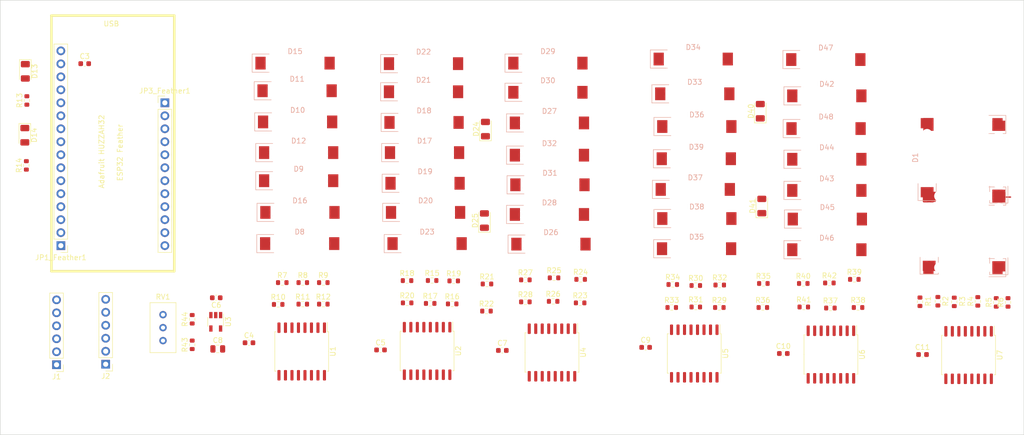
<source format=kicad_pcb>
(kicad_pcb (version 20171130) (host pcbnew "(5.1.12-1-10_14)")
  (layers (0 F.Cu signal) (31 B.Cu signal) (34 B.Paste user) (35 F.Paste user) (36 B.SilkS user) (37 F.SilkS user) (38 B.Mask user) (39 F.Mask user) (44 Edge.Cuts user))
  (net 0 "")
  (net 1 "Net-(D1-Pad1)")
  (net 2 "Net-(D1-Pad2)")
  (net 3 "Net-(D2-Pad1)")
  (net 4 "Net-(D3-Pad1)")
  (net 5 "Net-(D4-Pad1)")
  (net 6 "Net-(D5-Pad1)")
  (net 7 GND)
  (net 8 3V3)
  (net 9 VCCQ)
  (net 10 VBUS)
  (net 11 "Net-(D11-Pad2)")
  (net 12 "Net-(D10-Pad2)")
  (net 13 "Net-(D12-Pad2)")
  (net 14 "Net-(D10-Pad1)")
  (net 15 "Net-(D11-Pad1)")
  (net 16 "Net-(D12-Pad1)")
  (net 17 "Net-(D13-Pad2)")
  (net 18 "Net-(D14-Pad2)")
  (net 19 "Net-(D17-Pad1)")
  (net 20 "Net-(D17-Pad2)")
  (net 21 "Net-(D18-Pad1)")
  (net 22 "Net-(D19-Pad1)")
  (net 23 "Net-(D20-Pad1)")
  (net 24 "Net-(D21-Pad1)")
  (net 25 "Net-(D24-Pad1)")
  (net 26 "Net-(D25-Pad1)")
  (net 27 "Net-(D26-Pad1)")
  (net 28 "Net-(D26-Pad2)")
  (net 29 "Net-(D27-Pad1)")
  (net 30 "Net-(D28-Pad1)")
  (net 31 "Net-(D29-Pad1)")
  (net 32 "Net-(D30-Pad1)")
  (net 33 "Net-(D33-Pad1)")
  (net 34 "Net-(D33-Pad2)")
  (net 35 "Net-(D34-Pad1)")
  (net 36 "Net-(D35-Pad1)")
  (net 37 "Net-(D36-Pad1)")
  (net 38 "Net-(D37-Pad1)")
  (net 39 "Net-(D40-Pad1)")
  (net 40 "Net-(D41-Pad1)")
  (net 41 "Net-(D42-Pad1)")
  (net 42 "Net-(D42-Pad2)")
  (net 43 "Net-(D43-Pad1)")
  (net 44 "Net-(D44-Pad1)")
  (net 45 "Net-(D45-Pad1)")
  (net 46 "Net-(D46-Pad1)")
  (net 47 SPI_DO)
  (net 48 SPI_CLK)
  (net 49 LATCH)
  (net 50 LED1)
  (net 51 LED2)
  (net 52 "Net-(JP1_Feather1-Pad16)")
  (net 53 "Net-(JP1_Feather1-Pad14)")
  (net 54 "Net-(JP1_Feather1-Pad10)")
  (net 55 "Net-(JP1_Feather1-Pad8)")
  (net 56 "Net-(JP1_Feather1-Pad7)")
  (net 57 "Net-(JP1_Feather1-Pad4)")
  (net 58 SERIAL1_RX)
  (net 59 SERIAL1_TX)
  (net 60 5V0_EN)
  (net 61 "Net-(JP3_Feather1-Pad12)")
  (net 62 "Net-(JP3_Feather1-Pad11)")
  (net 63 "Net-(JP3_Feather1-Pad10)")
  (net 64 "Net-(JP3_Feather1-Pad9)")
  (net 65 "Net-(JP3_Feather1-Pad8)")
  (net 66 "Net-(JP3_Feather1-Pad7)")
  (net 67 "Net-(JP3_Feather1-Pad6)")
  (net 68 "Net-(JP3_Feather1-Pad5)")
  (net 69 "Net-(JP3_Feather1-Pad4)")
  (net 70 "Net-(JP3_Feather1-Pad2)")
  (net 71 "Net-(JP3_Feather1-Pad1)")
  (net 72 "Net-(R1-Pad2)")
  (net 73 "Net-(R2-Pad2)")
  (net 74 "Net-(R3-Pad2)")
  (net 75 "Net-(R4-Pad2)")
  (net 76 "Net-(R5-Pad2)")
  (net 77 "Net-(R6-Pad2)")
  (net 78 "Net-(R7-Pad2)")
  (net 79 "Net-(R8-Pad2)")
  (net 80 "Net-(R9-Pad2)")
  (net 81 "Net-(R10-Pad2)")
  (net 82 "Net-(R11-Pad2)")
  (net 83 "Net-(R12-Pad2)")
  (net 84 "Net-(R15-Pad2)")
  (net 85 "Net-(R16-Pad2)")
  (net 86 "Net-(R17-Pad2)")
  (net 87 "Net-(R18-Pad2)")
  (net 88 "Net-(R19-Pad2)")
  (net 89 "Net-(R20-Pad2)")
  (net 90 "Net-(R21-Pad2)")
  (net 91 "Net-(R22-Pad2)")
  (net 92 "Net-(R23-Pad2)")
  (net 93 "Net-(R24-Pad2)")
  (net 94 "Net-(R25-Pad2)")
  (net 95 "Net-(R26-Pad2)")
  (net 96 "Net-(R27-Pad2)")
  (net 97 "Net-(R28-Pad2)")
  (net 98 "Net-(R29-Pad2)")
  (net 99 "Net-(R30-Pad2)")
  (net 100 "Net-(R31-Pad2)")
  (net 101 "Net-(R32-Pad2)")
  (net 102 "Net-(R33-Pad2)")
  (net 103 "Net-(R34-Pad2)")
  (net 104 "Net-(R35-Pad2)")
  (net 105 "Net-(R36-Pad2)")
  (net 106 "Net-(R37-Pad2)")
  (net 107 "Net-(R38-Pad2)")
  (net 108 "Net-(R39-Pad2)")
  (net 109 "Net-(R40-Pad2)")
  (net 110 "Net-(R41-Pad2)")
  (net 111 "Net-(R42-Pad2)")
  (net 112 "Net-(R43-Pad2)")
  (net 113 "Net-(R44-Pad1)")
  (net 114 "Net-(RV1-Pad2)")
  (net 115 "Net-(U1-Pad15)")
  (net 116 "Net-(U1-Pad9)")
  (net 117 "Net-(U1-Pad1)")
  (net 118 "Net-(U2-Pad15)")
  (net 119 "Net-(U2-Pad9)")
  (net 120 "Net-(U2-Pad1)")
  (net 121 "Net-(U4-Pad9)")
  (net 122 "Net-(U5-Pad15)")
  (net 123 "Net-(U5-Pad9)")
  (net 124 "Net-(U5-Pad1)")
  (net 125 "Net-(U6-Pad9)")
  (net 126 "Net-(U7-Pad15)")
  (net 127 "Net-(U7-Pad9)")
  (net 128 "Net-(U7-Pad1)")
  (module Connector_PinHeader_2.54mm:PinHeader_1x06_P2.54mm_Vertical (layer F.Cu) (at 70.6 106.2 180)
    (fp_text reference J2 (at 0 -2.33) (layer F.SilkS))
    (fp_text value Conn_01x06_Female)
    (pad 6 thru_hole oval (at 0 12.7 180) (size 1.7 1.7) (drill 1) (layers *.Cu *.Mask) (net 50 LED1))
    (pad 5 thru_hole oval (at 0 10.16 180) (size 1.7 1.7) (drill 1) (layers *.Cu *.Mask) (net 51 LED2))
    (pad 4 thru_hole oval (at 0 7.62 180) (size 1.7 1.7) (drill 1) (layers *.Cu *.Mask) (net 8 3V3))
    (pad 3 thru_hole oval (at 0 5.08 180) (size 1.7 1.7) (drill 1) (layers *.Cu *.Mask) (net 10 VBUS))
    (pad 2 thru_hole oval (at 0 2.54 180) (size 1.7 1.7) (drill 1) (layers *.Cu *.Mask) (net 7 GND))
    (pad 1 thru_hole rect (at 0 0 180) (size 1.7 1.7) (drill 1) (layers *.Cu *.Mask) (net 7 GND))
  )
  (module Connector_PinHeader_2.54mm:PinHeader_1x06_P2.54mm_Vertical (layer F.Cu) (at 61 106.3 180)
    (fp_text reference J1 (at 0 -2.33) (layer F.SilkS))
    (fp_text value Conn_01x06_Female)
    (pad 6 thru_hole oval (at 0 12.7 180) (size 1.7 1.7) (drill 1) (layers *.Cu *.Mask) (net 47 SPI_DO))
    (pad 5 thru_hole oval (at 0 10.16 180) (size 1.7 1.7) (drill 1) (layers *.Cu *.Mask) (net 48 SPI_CLK))
    (pad 4 thru_hole oval (at 0 7.62 180) (size 1.7 1.7) (drill 1) (layers *.Cu *.Mask) (net 49 LATCH))
    (pad 3 thru_hole oval (at 0 5.08 180) (size 1.7 1.7) (drill 1) (layers *.Cu *.Mask) (net 9 VCCQ))
    (pad 2 thru_hole oval (at 0 2.54 180) (size 1.7 1.7) (drill 1) (layers *.Cu *.Mask) (net 7 GND))
    (pad 1 thru_hole rect (at 0 0 180) (size 1.7 1.7) (drill 1) (layers *.Cu *.Mask) (net 7 GND))
  )
  (module LED_SMD:LED_1206_3216Metric (layer F.Cu) (at 198.8 75.25 90)
    (fp_text reference D41 (at 0 -1.82 90) (layer F.SilkS))
    (fp_text value LED)
    (pad 2 smd roundrect (at 1.4 0 90) (size 1.25 1.75) (layers F.Cu F.Paste F.Mask) (roundrect_rratio 0.2) (net 9 VCCQ))
    (pad 1 smd roundrect (at -1.4 0 90) (size 1.25 1.75) (layers F.Cu F.Paste F.Mask) (roundrect_rratio 0.2) (net 40 "Net-(D41-Pad1)"))
  )
  (module LED_SMD:LED_1206_3216Metric (layer F.Cu) (at 198.5 56.7 90)
    (fp_text reference D40 (at 0 -1.82 90) (layer F.SilkS))
    (fp_text value LED)
    (pad 2 smd roundrect (at 1.4 0 90) (size 1.25 1.75) (layers F.Cu F.Paste F.Mask) (roundrect_rratio 0.2) (net 9 VCCQ))
    (pad 1 smd roundrect (at -1.4 0 90) (size 1.25 1.75) (layers F.Cu F.Paste F.Mask) (roundrect_rratio 0.2) (net 39 "Net-(D40-Pad1)"))
  )
  (module LED_SMD:LED_1206_3216Metric (layer F.Cu) (at 144.6 78.1 90)
    (fp_text reference D25 (at 0 -1.82 90) (layer F.SilkS))
    (fp_text value LED)
    (pad 2 smd roundrect (at 1.4 0 90) (size 1.25 1.75) (layers F.Cu F.Paste F.Mask) (roundrect_rratio 0.2) (net 9 VCCQ))
    (pad 1 smd roundrect (at -1.4 0 90) (size 1.25 1.75) (layers F.Cu F.Paste F.Mask) (roundrect_rratio 0.2) (net 26 "Net-(D25-Pad1)"))
  )
  (module LED_SMD:LED_1206_3216Metric (layer F.Cu) (at 144.8 60.2 90)
    (fp_text reference D24 (at 0 -1.82 90) (layer F.SilkS))
    (fp_text value LED)
    (pad 2 smd roundrect (at 1.4 0 90) (size 1.25 1.75) (layers F.Cu F.Paste F.Mask) (roundrect_rratio 0.2) (net 9 VCCQ))
    (pad 1 smd roundrect (at -1.4 0 90) (size 1.25 1.75) (layers F.Cu F.Paste F.Mask) (roundrect_rratio 0.2) (net 25 "Net-(D24-Pad1)"))
  )
  (module Package_SO:SOIC-16W_7.5x10.3mm_P1.27mm (layer F.Cu) (at 239.2 104.4 270)
    (fp_text reference U7 (at 0 -6.1 90) (layer F.SilkS))
    (fp_text value 74HC595)
    (pad 16 smd roundrect (at 4.65 -4.445 270) (size 2.05 0.6) (layers F.Cu F.Paste F.Mask) (net 9 VCCQ))
    (pad 15 smd roundrect (at 4.65 -3.175 270) (size 2.05 0.6) (layers F.Cu F.Paste F.Mask) (net 126 "Net-(U7-Pad15)"))
    (pad 14 smd roundrect (at 4.65 -1.905 270) (size 2.05 0.6) (layers F.Cu F.Paste F.Mask) (net 125 "Net-(U6-Pad9)"))
    (pad 13 smd roundrect (at 4.65 -0.635 270) (size 2.05 0.6) (layers F.Cu F.Paste F.Mask) (net 7 GND))
    (pad 12 smd roundrect (at 4.65 0.635 270) (size 2.05 0.6) (layers F.Cu F.Paste F.Mask) (net 49 LATCH))
    (pad 11 smd roundrect (at 4.65 1.905 270) (size 2.05 0.6) (layers F.Cu F.Paste F.Mask) (net 48 SPI_CLK))
    (pad 10 smd roundrect (at 4.65 3.175 270) (size 2.05 0.6) (layers F.Cu F.Paste F.Mask) (net 9 VCCQ))
    (pad 9 smd roundrect (at 4.65 4.445 270) (size 2.05 0.6) (layers F.Cu F.Paste F.Mask) (net 127 "Net-(U7-Pad9)"))
    (pad 8 smd roundrect (at -4.65 4.445 270) (size 2.05 0.6) (layers F.Cu F.Paste F.Mask) (net 7 GND))
    (pad 7 smd roundrect (at -4.65 3.175 270) (size 2.05 0.6) (layers F.Cu F.Paste F.Mask) (net 77 "Net-(R6-Pad2)"))
    (pad 6 smd roundrect (at -4.65 1.905 270) (size 2.05 0.6) (layers F.Cu F.Paste F.Mask) (net 76 "Net-(R5-Pad2)"))
    (pad 5 smd roundrect (at -4.65 0.635 270) (size 2.05 0.6) (layers F.Cu F.Paste F.Mask) (net 75 "Net-(R4-Pad2)"))
    (pad 4 smd roundrect (at -4.65 -0.635 270) (size 2.05 0.6) (layers F.Cu F.Paste F.Mask) (net 74 "Net-(R3-Pad2)"))
    (pad 3 smd roundrect (at -4.65 -1.905 270) (size 2.05 0.6) (layers F.Cu F.Paste F.Mask) (net 73 "Net-(R2-Pad2)"))
    (pad 2 smd roundrect (at -4.65 -3.175 270) (size 2.05 0.6) (layers F.Cu F.Paste F.Mask) (net 72 "Net-(R1-Pad2)"))
    (pad 1 smd roundrect (at -4.65 -4.445 270) (size 2.05 0.6) (layers F.Cu F.Paste F.Mask) (net 128 "Net-(U7-Pad1)"))
  )
  (module Package_SO:SOIC-16W_7.5x10.3mm_P1.27mm (layer F.Cu) (at 212.3 104.3 270)
    (fp_text reference U6 (at 0 -6.1 90) (layer F.SilkS))
    (fp_text value 74HC595)
    (pad 16 smd roundrect (at 4.65 -4.445 270) (size 2.05 0.6) (layers F.Cu F.Paste F.Mask) (net 9 VCCQ))
    (pad 15 smd roundrect (at 4.65 -3.175 270) (size 2.05 0.6) (layers F.Cu F.Paste F.Mask) (net 104 "Net-(R35-Pad2)"))
    (pad 14 smd roundrect (at 4.65 -1.905 270) (size 2.05 0.6) (layers F.Cu F.Paste F.Mask) (net 123 "Net-(U5-Pad9)"))
    (pad 13 smd roundrect (at 4.65 -0.635 270) (size 2.05 0.6) (layers F.Cu F.Paste F.Mask) (net 7 GND))
    (pad 12 smd roundrect (at 4.65 0.635 270) (size 2.05 0.6) (layers F.Cu F.Paste F.Mask) (net 49 LATCH))
    (pad 11 smd roundrect (at 4.65 1.905 270) (size 2.05 0.6) (layers F.Cu F.Paste F.Mask) (net 48 SPI_CLK))
    (pad 10 smd roundrect (at 4.65 3.175 270) (size 2.05 0.6) (layers F.Cu F.Paste F.Mask) (net 9 VCCQ))
    (pad 9 smd roundrect (at 4.65 4.445 270) (size 2.05 0.6) (layers F.Cu F.Paste F.Mask) (net 125 "Net-(U6-Pad9)"))
    (pad 8 smd roundrect (at -4.65 4.445 270) (size 2.05 0.6) (layers F.Cu F.Paste F.Mask) (net 7 GND))
    (pad 7 smd roundrect (at -4.65 3.175 270) (size 2.05 0.6) (layers F.Cu F.Paste F.Mask) (net 111 "Net-(R42-Pad2)"))
    (pad 6 smd roundrect (at -4.65 1.905 270) (size 2.05 0.6) (layers F.Cu F.Paste F.Mask) (net 110 "Net-(R41-Pad2)"))
    (pad 5 smd roundrect (at -4.65 0.635 270) (size 2.05 0.6) (layers F.Cu F.Paste F.Mask) (net 109 "Net-(R40-Pad2)"))
    (pad 4 smd roundrect (at -4.65 -0.635 270) (size 2.05 0.6) (layers F.Cu F.Paste F.Mask) (net 108 "Net-(R39-Pad2)"))
    (pad 3 smd roundrect (at -4.65 -1.905 270) (size 2.05 0.6) (layers F.Cu F.Paste F.Mask) (net 107 "Net-(R38-Pad2)"))
    (pad 2 smd roundrect (at -4.65 -3.175 270) (size 2.05 0.6) (layers F.Cu F.Paste F.Mask) (net 106 "Net-(R37-Pad2)"))
    (pad 1 smd roundrect (at -4.65 -4.445 270) (size 2.05 0.6) (layers F.Cu F.Paste F.Mask) (net 105 "Net-(R36-Pad2)"))
  )
  (module Package_SO:SOIC-16W_7.5x10.3mm_P1.27mm (layer F.Cu) (at 185.6 104.1 270)
    (fp_text reference U5 (at 0 -6.1 90) (layer F.SilkS))
    (fp_text value 74HC595)
    (pad 16 smd roundrect (at 4.65 -4.445 270) (size 2.05 0.6) (layers F.Cu F.Paste F.Mask) (net 9 VCCQ))
    (pad 15 smd roundrect (at 4.65 -3.175 270) (size 2.05 0.6) (layers F.Cu F.Paste F.Mask) (net 122 "Net-(U5-Pad15)"))
    (pad 14 smd roundrect (at 4.65 -1.905 270) (size 2.05 0.6) (layers F.Cu F.Paste F.Mask) (net 121 "Net-(U4-Pad9)"))
    (pad 13 smd roundrect (at 4.65 -0.635 270) (size 2.05 0.6) (layers F.Cu F.Paste F.Mask) (net 7 GND))
    (pad 12 smd roundrect (at 4.65 0.635 270) (size 2.05 0.6) (layers F.Cu F.Paste F.Mask) (net 49 LATCH))
    (pad 11 smd roundrect (at 4.65 1.905 270) (size 2.05 0.6) (layers F.Cu F.Paste F.Mask) (net 48 SPI_CLK))
    (pad 10 smd roundrect (at 4.65 3.175 270) (size 2.05 0.6) (layers F.Cu F.Paste F.Mask) (net 9 VCCQ))
    (pad 9 smd roundrect (at 4.65 4.445 270) (size 2.05 0.6) (layers F.Cu F.Paste F.Mask) (net 123 "Net-(U5-Pad9)"))
    (pad 8 smd roundrect (at -4.65 4.445 270) (size 2.05 0.6) (layers F.Cu F.Paste F.Mask) (net 7 GND))
    (pad 7 smd roundrect (at -4.65 3.175 270) (size 2.05 0.6) (layers F.Cu F.Paste F.Mask) (net 103 "Net-(R34-Pad2)"))
    (pad 6 smd roundrect (at -4.65 1.905 270) (size 2.05 0.6) (layers F.Cu F.Paste F.Mask) (net 102 "Net-(R33-Pad2)"))
    (pad 5 smd roundrect (at -4.65 0.635 270) (size 2.05 0.6) (layers F.Cu F.Paste F.Mask) (net 101 "Net-(R32-Pad2)"))
    (pad 4 smd roundrect (at -4.65 -0.635 270) (size 2.05 0.6) (layers F.Cu F.Paste F.Mask) (net 100 "Net-(R31-Pad2)"))
    (pad 3 smd roundrect (at -4.65 -1.905 270) (size 2.05 0.6) (layers F.Cu F.Paste F.Mask) (net 99 "Net-(R30-Pad2)"))
    (pad 2 smd roundrect (at -4.65 -3.175 270) (size 2.05 0.6) (layers F.Cu F.Paste F.Mask) (net 98 "Net-(R29-Pad2)"))
    (pad 1 smd roundrect (at -4.65 -4.445 270) (size 2.05 0.6) (layers F.Cu F.Paste F.Mask) (net 124 "Net-(U5-Pad1)"))
  )
  (module Package_SO:SOIC-16W_7.5x10.3mm_P1.27mm (layer F.Cu) (at 157.8 103.9 270)
    (fp_text reference U4 (at 0 -6.1 90) (layer F.SilkS))
    (fp_text value 74HC595)
    (pad 16 smd roundrect (at 4.65 -4.445 270) (size 2.05 0.6) (layers F.Cu F.Paste F.Mask) (net 9 VCCQ))
    (pad 15 smd roundrect (at 4.65 -3.175 270) (size 2.05 0.6) (layers F.Cu F.Paste F.Mask) (net 90 "Net-(R21-Pad2)"))
    (pad 14 smd roundrect (at 4.65 -1.905 270) (size 2.05 0.6) (layers F.Cu F.Paste F.Mask) (net 119 "Net-(U2-Pad9)"))
    (pad 13 smd roundrect (at 4.65 -0.635 270) (size 2.05 0.6) (layers F.Cu F.Paste F.Mask) (net 7 GND))
    (pad 12 smd roundrect (at 4.65 0.635 270) (size 2.05 0.6) (layers F.Cu F.Paste F.Mask) (net 49 LATCH))
    (pad 11 smd roundrect (at 4.65 1.905 270) (size 2.05 0.6) (layers F.Cu F.Paste F.Mask) (net 48 SPI_CLK))
    (pad 10 smd roundrect (at 4.65 3.175 270) (size 2.05 0.6) (layers F.Cu F.Paste F.Mask) (net 9 VCCQ))
    (pad 9 smd roundrect (at 4.65 4.445 270) (size 2.05 0.6) (layers F.Cu F.Paste F.Mask) (net 121 "Net-(U4-Pad9)"))
    (pad 8 smd roundrect (at -4.65 4.445 270) (size 2.05 0.6) (layers F.Cu F.Paste F.Mask) (net 7 GND))
    (pad 7 smd roundrect (at -4.65 3.175 270) (size 2.05 0.6) (layers F.Cu F.Paste F.Mask) (net 97 "Net-(R28-Pad2)"))
    (pad 6 smd roundrect (at -4.65 1.905 270) (size 2.05 0.6) (layers F.Cu F.Paste F.Mask) (net 96 "Net-(R27-Pad2)"))
    (pad 5 smd roundrect (at -4.65 0.635 270) (size 2.05 0.6) (layers F.Cu F.Paste F.Mask) (net 95 "Net-(R26-Pad2)"))
    (pad 4 smd roundrect (at -4.65 -0.635 270) (size 2.05 0.6) (layers F.Cu F.Paste F.Mask) (net 94 "Net-(R25-Pad2)"))
    (pad 3 smd roundrect (at -4.65 -1.905 270) (size 2.05 0.6) (layers F.Cu F.Paste F.Mask) (net 93 "Net-(R24-Pad2)"))
    (pad 2 smd roundrect (at -4.65 -3.175 270) (size 2.05 0.6) (layers F.Cu F.Paste F.Mask) (net 92 "Net-(R23-Pad2)"))
    (pad 1 smd roundrect (at -4.65 -4.445 270) (size 2.05 0.6) (layers F.Cu F.Paste F.Mask) (net 91 "Net-(R22-Pad2)"))
  )
  (module Package_TO_SOT_SMD:TSOT-23-5 (layer F.Cu) (at 92.1 97.9 270)
    (fp_text reference U3 (at 0 -2.45 90) (layer F.SilkS))
    (fp_text value NCV8164ASNADJT1G)
    (pad 5 smd rect (at 1.31 -0.95 270) (size 1.22 0.65) (layers F.Cu F.Paste F.Mask) (net 9 VCCQ))
    (pad 4 smd rect (at 1.31 0.95 270) (size 1.22 0.65) (layers F.Cu F.Paste F.Mask) (net 114 "Net-(RV1-Pad2)"))
    (pad 3 smd rect (at -1.31 0.95 270) (size 1.22 0.65) (layers F.Cu F.Paste F.Mask) (net 10 VBUS))
    (pad 2 smd rect (at -1.31 0 270) (size 1.22 0.65) (layers F.Cu F.Paste F.Mask) (net 7 GND))
    (pad 1 smd rect (at -1.31 -0.95 270) (size 1.22 0.65) (layers F.Cu F.Paste F.Mask) (net 10 VBUS))
  )
  (module Package_SO:SOIC-16W_7.5x10.3mm_P1.27mm (layer F.Cu) (at 133.4 103.6 270)
    (fp_text reference U2 (at 0 -6.1 90) (layer F.SilkS))
    (fp_text value 74HC595)
    (pad 16 smd roundrect (at 4.65 -4.445 270) (size 2.05 0.6) (layers F.Cu F.Paste F.Mask) (net 9 VCCQ))
    (pad 15 smd roundrect (at 4.65 -3.175 270) (size 2.05 0.6) (layers F.Cu F.Paste F.Mask) (net 118 "Net-(U2-Pad15)"))
    (pad 14 smd roundrect (at 4.65 -1.905 270) (size 2.05 0.6) (layers F.Cu F.Paste F.Mask) (net 116 "Net-(U1-Pad9)"))
    (pad 13 smd roundrect (at 4.65 -0.635 270) (size 2.05 0.6) (layers F.Cu F.Paste F.Mask) (net 7 GND))
    (pad 12 smd roundrect (at 4.65 0.635 270) (size 2.05 0.6) (layers F.Cu F.Paste F.Mask) (net 49 LATCH))
    (pad 11 smd roundrect (at 4.65 1.905 270) (size 2.05 0.6) (layers F.Cu F.Paste F.Mask) (net 48 SPI_CLK))
    (pad 10 smd roundrect (at 4.65 3.175 270) (size 2.05 0.6) (layers F.Cu F.Paste F.Mask) (net 9 VCCQ))
    (pad 9 smd roundrect (at 4.65 4.445 270) (size 2.05 0.6) (layers F.Cu F.Paste F.Mask) (net 119 "Net-(U2-Pad9)"))
    (pad 8 smd roundrect (at -4.65 4.445 270) (size 2.05 0.6) (layers F.Cu F.Paste F.Mask) (net 7 GND))
    (pad 7 smd roundrect (at -4.65 3.175 270) (size 2.05 0.6) (layers F.Cu F.Paste F.Mask) (net 89 "Net-(R20-Pad2)"))
    (pad 6 smd roundrect (at -4.65 1.905 270) (size 2.05 0.6) (layers F.Cu F.Paste F.Mask) (net 88 "Net-(R19-Pad2)"))
    (pad 5 smd roundrect (at -4.65 0.635 270) (size 2.05 0.6) (layers F.Cu F.Paste F.Mask) (net 87 "Net-(R18-Pad2)"))
    (pad 4 smd roundrect (at -4.65 -0.635 270) (size 2.05 0.6) (layers F.Cu F.Paste F.Mask) (net 86 "Net-(R17-Pad2)"))
    (pad 3 smd roundrect (at -4.65 -1.905 270) (size 2.05 0.6) (layers F.Cu F.Paste F.Mask) (net 85 "Net-(R16-Pad2)"))
    (pad 2 smd roundrect (at -4.65 -3.175 270) (size 2.05 0.6) (layers F.Cu F.Paste F.Mask) (net 84 "Net-(R15-Pad2)"))
    (pad 1 smd roundrect (at -4.65 -4.445 270) (size 2.05 0.6) (layers F.Cu F.Paste F.Mask) (net 120 "Net-(U2-Pad1)"))
  )
  (module Package_SO:SOIC-16W_7.5x10.3mm_P1.27mm (layer F.Cu) (at 108.9 103.7 270)
    (fp_text reference U1 (at 0 -6.1 90) (layer F.SilkS))
    (fp_text value 74HC595)
    (pad 16 smd roundrect (at 4.65 -4.445 270) (size 2.05 0.6) (layers F.Cu F.Paste F.Mask) (net 9 VCCQ))
    (pad 15 smd roundrect (at 4.65 -3.175 270) (size 2.05 0.6) (layers F.Cu F.Paste F.Mask) (net 115 "Net-(U1-Pad15)"))
    (pad 14 smd roundrect (at 4.65 -1.905 270) (size 2.05 0.6) (layers F.Cu F.Paste F.Mask) (net 47 SPI_DO))
    (pad 13 smd roundrect (at 4.65 -0.635 270) (size 2.05 0.6) (layers F.Cu F.Paste F.Mask) (net 7 GND))
    (pad 12 smd roundrect (at 4.65 0.635 270) (size 2.05 0.6) (layers F.Cu F.Paste F.Mask) (net 49 LATCH))
    (pad 11 smd roundrect (at 4.65 1.905 270) (size 2.05 0.6) (layers F.Cu F.Paste F.Mask) (net 48 SPI_CLK))
    (pad 10 smd roundrect (at 4.65 3.175 270) (size 2.05 0.6) (layers F.Cu F.Paste F.Mask) (net 9 VCCQ))
    (pad 9 smd roundrect (at 4.65 4.445 270) (size 2.05 0.6) (layers F.Cu F.Paste F.Mask) (net 116 "Net-(U1-Pad9)"))
    (pad 8 smd roundrect (at -4.65 4.445 270) (size 2.05 0.6) (layers F.Cu F.Paste F.Mask) (net 7 GND))
    (pad 7 smd roundrect (at -4.65 3.175 270) (size 2.05 0.6) (layers F.Cu F.Paste F.Mask) (net 83 "Net-(R12-Pad2)"))
    (pad 6 smd roundrect (at -4.65 1.905 270) (size 2.05 0.6) (layers F.Cu F.Paste F.Mask) (net 82 "Net-(R11-Pad2)"))
    (pad 5 smd roundrect (at -4.65 0.635 270) (size 2.05 0.6) (layers F.Cu F.Paste F.Mask) (net 81 "Net-(R10-Pad2)"))
    (pad 4 smd roundrect (at -4.65 -0.635 270) (size 2.05 0.6) (layers F.Cu F.Paste F.Mask) (net 80 "Net-(R9-Pad2)"))
    (pad 3 smd roundrect (at -4.65 -1.905 270) (size 2.05 0.6) (layers F.Cu F.Paste F.Mask) (net 79 "Net-(R8-Pad2)"))
    (pad 2 smd roundrect (at -4.65 -3.175 270) (size 2.05 0.6) (layers F.Cu F.Paste F.Mask) (net 78 "Net-(R7-Pad2)"))
    (pad 1 smd roundrect (at -4.65 -4.445 270) (size 2.05 0.6) (layers F.Cu F.Paste F.Mask) (net 117 "Net-(U1-Pad1)"))
  )
  (module Potentiometer_THT:Potentiometer_Bourns_3386C_Horizontal (layer F.Cu) (at 81.8 96.5)
    (fp_text reference RV1 (at 0 -3.475) (layer F.SilkS))
    (fp_text value 5.0K)
    (pad 1 thru_hole circle (at 0 0) (size 1.44 1.44) (drill 0.8) (layers *.Cu *.Mask) (net 113 "Net-(R44-Pad1)"))
    (pad 2 thru_hole circle (at 0 2.54) (size 1.44 1.44) (drill 0.8) (layers *.Cu *.Mask) (net 114 "Net-(RV1-Pad2)"))
    (pad 3 thru_hole circle (at 0 5.08) (size 1.44 1.44) (drill 0.8) (layers *.Cu *.Mask) (net 112 "Net-(R43-Pad2)"))
  )
  (module Resistor_SMD:R_0603_1608Metric (layer F.Cu) (at 87.5 97.4 90)
    (fp_text reference R44 (at 0 -1.43 90) (layer F.SilkS))
    (fp_text value 63.4K,1%)
    (pad 2 smd roundrect (at 0.825 0 90) (size 0.8 0.95) (layers F.Cu F.Paste F.Mask) (net 7 GND))
    (pad 1 smd roundrect (at -0.825 0 90) (size 0.8 0.95) (layers F.Cu F.Paste F.Mask) (net 113 "Net-(R44-Pad1)"))
  )
  (module Resistor_SMD:R_0603_1608Metric (layer F.Cu) (at 87.5 102.4 90)
    (fp_text reference R43 (at 0 -1.43 90) (layer F.SilkS))
    (fp_text value 100K,1%)
    (pad 2 smd roundrect (at 0.825 0 90) (size 0.8 0.95) (layers F.Cu F.Paste F.Mask) (net 112 "Net-(R43-Pad2)"))
    (pad 1 smd roundrect (at -0.825 0 90) (size 0.8 0.95) (layers F.Cu F.Paste F.Mask) (net 9 VCCQ))
  )
  (module Resistor_SMD:R_0603_1608Metric (layer F.Cu) (at 212 90.3)
    (fp_text reference R42 (at 0 -1.43) (layer F.SilkS))
    (fp_text value 10R)
    (pad 2 smd roundrect (at 0.825 0) (size 0.8 0.95) (layers F.Cu F.Paste F.Mask) (net 111 "Net-(R42-Pad2)"))
    (pad 1 smd roundrect (at -0.825 0) (size 0.8 0.95) (layers F.Cu F.Paste F.Mask) (net 44 "Net-(D44-Pad1)"))
  )
  (module Resistor_SMD:R_0603_1608Metric (layer F.Cu) (at 207 95)
    (fp_text reference R41 (at 0 -1.43) (layer F.SilkS))
    (fp_text value 10R)
    (pad 2 smd roundrect (at 0.825 0) (size 0.8 0.95) (layers F.Cu F.Paste F.Mask) (net 110 "Net-(R41-Pad2)"))
    (pad 1 smd roundrect (at -0.825 0) (size 0.8 0.95) (layers F.Cu F.Paste F.Mask) (net 45 "Net-(D45-Pad1)"))
  )
  (module Resistor_SMD:R_0603_1608Metric (layer F.Cu) (at 206.9 90.4)
    (fp_text reference R40 (at 0 -1.43) (layer F.SilkS))
    (fp_text value 10R)
    (pad 2 smd roundrect (at 0.825 0) (size 0.8 0.95) (layers F.Cu F.Paste F.Mask) (net 109 "Net-(R40-Pad2)"))
    (pad 1 smd roundrect (at -0.825 0) (size 0.8 0.95) (layers F.Cu F.Paste F.Mask) (net 46 "Net-(D46-Pad1)"))
  )
  (module Resistor_SMD:R_0603_1608Metric (layer F.Cu) (at 216.875 89.6)
    (fp_text reference R39 (at 0 -1.43) (layer F.SilkS))
    (fp_text value 10R)
    (pad 2 smd roundrect (at 0.825 0) (size 0.8 0.95) (layers F.Cu F.Paste F.Mask) (net 108 "Net-(R39-Pad2)"))
    (pad 1 smd roundrect (at -0.825 0) (size 0.8 0.95) (layers F.Cu F.Paste F.Mask) (net 43 "Net-(D43-Pad1)"))
  )
  (module Resistor_SMD:R_0603_1608Metric (layer F.Cu) (at 217.6 95.1)
    (fp_text reference R38 (at 0 -1.43) (layer F.SilkS))
    (fp_text value 10R)
    (pad 2 smd roundrect (at 0.825 0) (size 0.8 0.95) (layers F.Cu F.Paste F.Mask) (net 107 "Net-(R38-Pad2)"))
    (pad 1 smd roundrect (at -0.825 0) (size 0.8 0.95) (layers F.Cu F.Paste F.Mask) (net 41 "Net-(D42-Pad1)"))
  )
  (module Resistor_SMD:R_0603_1608Metric (layer F.Cu) (at 212.2 95.2)
    (fp_text reference R37 (at 0 -1.43) (layer F.SilkS))
    (fp_text value 10R)
    (pad 2 smd roundrect (at 0.825 0) (size 0.8 0.95) (layers F.Cu F.Paste F.Mask) (net 106 "Net-(R37-Pad2)"))
    (pad 1 smd roundrect (at -0.825 0) (size 0.8 0.95) (layers F.Cu F.Paste F.Mask) (net 42 "Net-(D42-Pad2)"))
  )
  (module Resistor_SMD:R_0603_1608Metric (layer F.Cu) (at 199 95.1)
    (fp_text reference R36 (at 0 -1.43) (layer F.SilkS))
    (fp_text value 120R)
    (pad 2 smd roundrect (at 0.825 0) (size 0.8 0.95) (layers F.Cu F.Paste F.Mask) (net 105 "Net-(R36-Pad2)"))
    (pad 1 smd roundrect (at -0.825 0) (size 0.8 0.95) (layers F.Cu F.Paste F.Mask) (net 40 "Net-(D41-Pad1)"))
  )
  (module Resistor_SMD:R_0603_1608Metric (layer F.Cu) (at 199.1 90.4)
    (fp_text reference R35 (at 0 -1.43) (layer F.SilkS))
    (fp_text value 120R)
    (pad 2 smd roundrect (at 0.825 0) (size 0.8 0.95) (layers F.Cu F.Paste F.Mask) (net 104 "Net-(R35-Pad2)"))
    (pad 1 smd roundrect (at -0.825 0) (size 0.8 0.95) (layers F.Cu F.Paste F.Mask) (net 39 "Net-(D40-Pad1)"))
  )
  (module Resistor_SMD:R_0603_1608Metric (layer F.Cu) (at 181.4 90.6)
    (fp_text reference R34 (at 0 -1.43) (layer F.SilkS))
    (fp_text value 10R)
    (pad 2 smd roundrect (at 0.825 0) (size 0.8 0.95) (layers F.Cu F.Paste F.Mask) (net 103 "Net-(R34-Pad2)"))
    (pad 1 smd roundrect (at -0.825 0) (size 0.8 0.95) (layers F.Cu F.Paste F.Mask) (net 36 "Net-(D35-Pad1)"))
  )
  (module Resistor_SMD:R_0603_1608Metric (layer F.Cu) (at 181.2 95.1)
    (fp_text reference R33 (at 0 -1.43) (layer F.SilkS))
    (fp_text value 10R)
    (pad 2 smd roundrect (at 0.825 0) (size 0.8 0.95) (layers F.Cu F.Paste F.Mask) (net 102 "Net-(R33-Pad2)"))
    (pad 1 smd roundrect (at -0.825 0) (size 0.8 0.95) (layers F.Cu F.Paste F.Mask) (net 37 "Net-(D36-Pad1)"))
  )
  (module Resistor_SMD:R_0603_1608Metric (layer F.Cu) (at 190.575 90.7)
    (fp_text reference R32 (at 0 -1.43) (layer F.SilkS))
    (fp_text value 10R)
    (pad 2 smd roundrect (at 0.825 0) (size 0.8 0.95) (layers F.Cu F.Paste F.Mask) (net 101 "Net-(R32-Pad2)"))
    (pad 1 smd roundrect (at -0.825 0) (size 0.8 0.95) (layers F.Cu F.Paste F.Mask) (net 38 "Net-(D37-Pad1)"))
  )
  (module Resistor_SMD:R_0603_1608Metric (layer F.Cu) (at 185.9 95)
    (fp_text reference R31 (at 0 -1.43) (layer F.SilkS))
    (fp_text value 10R)
    (pad 2 smd roundrect (at 0.825 0) (size 0.8 0.95) (layers F.Cu F.Paste F.Mask) (net 100 "Net-(R31-Pad2)"))
    (pad 1 smd roundrect (at -0.825 0) (size 0.8 0.95) (layers F.Cu F.Paste F.Mask) (net 35 "Net-(D34-Pad1)"))
  )
  (module Resistor_SMD:R_0603_1608Metric (layer F.Cu) (at 185.9 90.8)
    (fp_text reference R30 (at 0 -1.43) (layer F.SilkS))
    (fp_text value 10R)
    (pad 2 smd roundrect (at 0.825 0) (size 0.8 0.95) (layers F.Cu F.Paste F.Mask) (net 99 "Net-(R30-Pad2)"))
    (pad 1 smd roundrect (at -0.825 0) (size 0.8 0.95) (layers F.Cu F.Paste F.Mask) (net 33 "Net-(D33-Pad1)"))
  )
  (module Resistor_SMD:R_0603_1608Metric (layer F.Cu) (at 190.5 95.1)
    (fp_text reference R29 (at 0 -1.43) (layer F.SilkS))
    (fp_text value 10R)
    (pad 2 smd roundrect (at 0.825 0) (size 0.8 0.95) (layers F.Cu F.Paste F.Mask) (net 98 "Net-(R29-Pad2)"))
    (pad 1 smd roundrect (at -0.825 0) (size 0.8 0.95) (layers F.Cu F.Paste F.Mask) (net 34 "Net-(D33-Pad2)"))
  )
  (module Resistor_SMD:R_0603_1608Metric (layer F.Cu) (at 152.6 94)
    (fp_text reference R28 (at 0 -1.43) (layer F.SilkS))
    (fp_text value 10R)
    (pad 2 smd roundrect (at 0.825 0) (size 0.8 0.95) (layers F.Cu F.Paste F.Mask) (net 97 "Net-(R28-Pad2)"))
    (pad 1 smd roundrect (at -0.825 0) (size 0.8 0.95) (layers F.Cu F.Paste F.Mask) (net 30 "Net-(D28-Pad1)"))
  )
  (module Resistor_SMD:R_0603_1608Metric (layer F.Cu) (at 152.6 89.7)
    (fp_text reference R27 (at 0 -1.43) (layer F.SilkS))
    (fp_text value 10R)
    (pad 2 smd roundrect (at 0.825 0) (size 0.8 0.95) (layers F.Cu F.Paste F.Mask) (net 96 "Net-(R27-Pad2)"))
    (pad 1 smd roundrect (at -0.825 0) (size 0.8 0.95) (layers F.Cu F.Paste F.Mask) (net 31 "Net-(D29-Pad1)"))
  )
  (module Resistor_SMD:R_0603_1608Metric (layer F.Cu) (at 158.025 93.9)
    (fp_text reference R26 (at 0 -1.43) (layer F.SilkS))
    (fp_text value 10R)
    (pad 2 smd roundrect (at 0.825 0) (size 0.8 0.95) (layers F.Cu F.Paste F.Mask) (net 95 "Net-(R26-Pad2)"))
    (pad 1 smd roundrect (at -0.825 0) (size 0.8 0.95) (layers F.Cu F.Paste F.Mask) (net 32 "Net-(D30-Pad1)"))
  )
  (module Resistor_SMD:R_0603_1608Metric (layer F.Cu) (at 158.2 89.3)
    (fp_text reference R25 (at 0 -1.43) (layer F.SilkS))
    (fp_text value 10R)
    (pad 2 smd roundrect (at 0.825 0) (size 0.8 0.95) (layers F.Cu F.Paste F.Mask) (net 94 "Net-(R25-Pad2)"))
    (pad 1 smd roundrect (at -0.825 0) (size 0.8 0.95) (layers F.Cu F.Paste F.Mask) (net 29 "Net-(D27-Pad1)"))
  )
  (module Resistor_SMD:R_0603_1608Metric (layer F.Cu) (at 163.4 89.6)
    (fp_text reference R24 (at 0 -1.43) (layer F.SilkS))
    (fp_text value 10R)
    (pad 2 smd roundrect (at 0.825 0) (size 0.8 0.95) (layers F.Cu F.Paste F.Mask) (net 93 "Net-(R24-Pad2)"))
    (pad 1 smd roundrect (at -0.825 0) (size 0.8 0.95) (layers F.Cu F.Paste F.Mask) (net 27 "Net-(D26-Pad1)"))
  )
  (module Resistor_SMD:R_0603_1608Metric (layer F.Cu) (at 163.3 94.2)
    (fp_text reference R23 (at 0 -1.43) (layer F.SilkS))
    (fp_text value 10R)
    (pad 2 smd roundrect (at 0.825 0) (size 0.8 0.95) (layers F.Cu F.Paste F.Mask) (net 92 "Net-(R23-Pad2)"))
    (pad 1 smd roundrect (at -0.825 0) (size 0.8 0.95) (layers F.Cu F.Paste F.Mask) (net 28 "Net-(D26-Pad2)"))
  )
  (module Resistor_SMD:R_0603_1608Metric (layer F.Cu) (at 145 95.8)
    (fp_text reference R22 (at 0 -1.43) (layer F.SilkS))
    (fp_text value 120R)
    (pad 2 smd roundrect (at 0.825 0) (size 0.8 0.95) (layers F.Cu F.Paste F.Mask) (net 91 "Net-(R22-Pad2)"))
    (pad 1 smd roundrect (at -0.825 0) (size 0.8 0.95) (layers F.Cu F.Paste F.Mask) (net 26 "Net-(D25-Pad1)"))
  )
  (module Resistor_SMD:R_0603_1608Metric (layer F.Cu) (at 145.1 90.5)
    (fp_text reference R21 (at 0 -1.43) (layer F.SilkS))
    (fp_text value 120R)
    (pad 2 smd roundrect (at 0.825 0) (size 0.8 0.95) (layers F.Cu F.Paste F.Mask) (net 90 "Net-(R21-Pad2)"))
    (pad 1 smd roundrect (at -0.825 0) (size 0.8 0.95) (layers F.Cu F.Paste F.Mask) (net 25 "Net-(D24-Pad1)"))
  )
  (module Resistor_SMD:R_0603_1608Metric (layer F.Cu) (at 129.5 94.2)
    (fp_text reference R20 (at 0 -1.43) (layer F.SilkS))
    (fp_text value 10R)
    (pad 2 smd roundrect (at 0.825 0) (size 0.8 0.95) (layers F.Cu F.Paste F.Mask) (net 89 "Net-(R20-Pad2)"))
    (pad 1 smd roundrect (at -0.825 0) (size 0.8 0.95) (layers F.Cu F.Paste F.Mask) (net 22 "Net-(D19-Pad1)"))
  )
  (module Resistor_SMD:R_0603_1608Metric (layer F.Cu) (at 138.6 89.9)
    (fp_text reference R19 (at 0 -1.43) (layer F.SilkS))
    (fp_text value 10R)
    (pad 2 smd roundrect (at 0.825 0) (size 0.8 0.95) (layers F.Cu F.Paste F.Mask) (net 88 "Net-(R19-Pad2)"))
    (pad 1 smd roundrect (at -0.825 0) (size 0.8 0.95) (layers F.Cu F.Paste F.Mask) (net 23 "Net-(D20-Pad1)"))
  )
  (module Resistor_SMD:R_0603_1608Metric (layer F.Cu) (at 129.48 89.84)
    (fp_text reference R18 (at 0 -1.43) (layer F.SilkS))
    (fp_text value 10R)
    (pad 2 smd roundrect (at 0.825 0) (size 0.8 0.95) (layers F.Cu F.Paste F.Mask) (net 87 "Net-(R18-Pad2)"))
    (pad 1 smd roundrect (at -0.825 0) (size 0.8 0.95) (layers F.Cu F.Paste F.Mask) (net 24 "Net-(D21-Pad1)"))
  )
  (module Resistor_SMD:R_0603_1608Metric (layer F.Cu) (at 134 94.3)
    (fp_text reference R17 (at 0 -1.43) (layer F.SilkS))
    (fp_text value 10R)
    (pad 2 smd roundrect (at 0.825 0) (size 0.8 0.95) (layers F.Cu F.Paste F.Mask) (net 86 "Net-(R17-Pad2)"))
    (pad 1 smd roundrect (at -0.825 0) (size 0.8 0.95) (layers F.Cu F.Paste F.Mask) (net 21 "Net-(D18-Pad1)"))
  )
  (module Resistor_SMD:R_0603_1608Metric (layer F.Cu) (at 138.3 94.4)
    (fp_text reference R16 (at 0 -1.43) (layer F.SilkS))
    (fp_text value 10R)
    (pad 2 smd roundrect (at 0.825 0) (size 0.8 0.95) (layers F.Cu F.Paste F.Mask) (net 85 "Net-(R16-Pad2)"))
    (pad 1 smd roundrect (at -0.825 0) (size 0.8 0.95) (layers F.Cu F.Paste F.Mask) (net 19 "Net-(D17-Pad1)"))
  )
  (module Resistor_SMD:R_0603_1608Metric (layer F.Cu) (at 134.38 89.82)
    (fp_text reference R15 (at 0 -1.43) (layer F.SilkS))
    (fp_text value 10R)
    (pad 2 smd roundrect (at 0.825 0) (size 0.8 0.95) (layers F.Cu F.Paste F.Mask) (net 84 "Net-(R15-Pad2)"))
    (pad 1 smd roundrect (at -0.825 0) (size 0.8 0.95) (layers F.Cu F.Paste F.Mask) (net 20 "Net-(D17-Pad2)"))
  )
  (module Resistor_SMD:R_0603_1608Metric (layer F.Cu) (at 55.1 67.3 90)
    (fp_text reference R14 (at 0 -1.43 90) (layer F.SilkS))
    (fp_text value 1K)
    (pad 2 smd roundrect (at 0.825 0 90) (size 0.8 0.95) (layers F.Cu F.Paste F.Mask) (net 18 "Net-(D14-Pad2)"))
    (pad 1 smd roundrect (at -0.825 0 90) (size 0.8 0.95) (layers F.Cu F.Paste F.Mask) (net 51 LED2))
  )
  (module Resistor_SMD:R_0603_1608Metric (layer F.Cu) (at 55.2 54.6 90)
    (fp_text reference R13 (at 0 -1.43 90) (layer F.SilkS))
    (fp_text value 1K)
    (pad 2 smd roundrect (at 0.825 0 90) (size 0.8 0.95) (layers F.Cu F.Paste F.Mask) (net 17 "Net-(D13-Pad2)"))
    (pad 1 smd roundrect (at -0.825 0 90) (size 0.8 0.95) (layers F.Cu F.Paste F.Mask) (net 50 LED1))
  )
  (module Resistor_SMD:R_0603_1608Metric (layer F.Cu) (at 113.12 94.44)
    (fp_text reference R12 (at 0 -1.43) (layer F.SilkS))
    (fp_text value 10R)
    (pad 2 smd roundrect (at 0.825 0) (size 0.8 0.95) (layers F.Cu F.Paste F.Mask) (net 83 "Net-(R12-Pad2)"))
    (pad 1 smd roundrect (at -0.825 0) (size 0.8 0.95) (layers F.Cu F.Paste F.Mask) (net 14 "Net-(D10-Pad1)"))
  )
  (module Resistor_SMD:R_0603_1608Metric (layer F.Cu) (at 109.11 94.44)
    (fp_text reference R11 (at 0 -1.43) (layer F.SilkS))
    (fp_text value 10R)
    (pad 2 smd roundrect (at 0.825 0) (size 0.8 0.95) (layers F.Cu F.Paste F.Mask) (net 82 "Net-(R11-Pad2)"))
    (pad 1 smd roundrect (at -0.825 0) (size 0.8 0.95) (layers F.Cu F.Paste F.Mask) (net 15 "Net-(D11-Pad1)"))
  )
  (module Resistor_SMD:R_0603_1608Metric (layer F.Cu) (at 104.3 94.5)
    (fp_text reference R10 (at 0 -1.43) (layer F.SilkS))
    (fp_text value 10R)
    (pad 2 smd roundrect (at 0.825 0) (size 0.8 0.95) (layers F.Cu F.Paste F.Mask) (net 81 "Net-(R10-Pad2)"))
    (pad 1 smd roundrect (at -0.825 0) (size 0.8 0.95) (layers F.Cu F.Paste F.Mask) (net 16 "Net-(D12-Pad1)"))
  )
  (module Resistor_SMD:R_0603_1608Metric (layer F.Cu) (at 113.12 90.23)
    (fp_text reference R9 (at 0 -1.43) (layer F.SilkS))
    (fp_text value 10R)
    (pad 2 smd roundrect (at 0.825 0) (size 0.8 0.95) (layers F.Cu F.Paste F.Mask) (net 80 "Net-(R9-Pad2)"))
    (pad 1 smd roundrect (at -0.825 0) (size 0.8 0.95) (layers F.Cu F.Paste F.Mask) (net 13 "Net-(D12-Pad2)"))
  )
  (module Resistor_SMD:R_0603_1608Metric (layer F.Cu) (at 109.11 90.23)
    (fp_text reference R8 (at 0 -1.43) (layer F.SilkS))
    (fp_text value 10R)
    (pad 2 smd roundrect (at 0.825 0) (size 0.8 0.95) (layers F.Cu F.Paste F.Mask) (net 79 "Net-(R8-Pad2)"))
    (pad 1 smd roundrect (at -0.825 0) (size 0.8 0.95) (layers F.Cu F.Paste F.Mask) (net 11 "Net-(D11-Pad2)"))
  )
  (module Resistor_SMD:R_0603_1608Metric (layer F.Cu) (at 105.1 90.23)
    (fp_text reference R7 (at 0 -1.43) (layer F.SilkS))
    (fp_text value 10R)
    (pad 2 smd roundrect (at 0.825 0) (size 0.8 0.95) (layers F.Cu F.Paste F.Mask) (net 78 "Net-(R7-Pad2)"))
    (pad 1 smd roundrect (at -0.825 0) (size 0.8 0.95) (layers F.Cu F.Paste F.Mask) (net 12 "Net-(D10-Pad2)"))
  )
  (module Connector_PinHeader_2.54mm:PinHeader_1x12_P2.54mm_Vertical (layer F.Cu) (at 82.16 55.06)
    (fp_text reference JP3_Feather1 (at 0 -2.33) (layer F.SilkS))
    (fp_text value Feather_12pin)
    (pad 12 thru_hole oval (at 0 27.94) (size 1.7 1.7) (drill 1) (layers *.Cu *.Mask) (net 61 "Net-(JP3_Feather1-Pad12)"))
    (pad 11 thru_hole oval (at 0 25.4) (size 1.7 1.7) (drill 1) (layers *.Cu *.Mask) (net 62 "Net-(JP3_Feather1-Pad11)"))
    (pad 10 thru_hole oval (at 0 22.86) (size 1.7 1.7) (drill 1) (layers *.Cu *.Mask) (net 63 "Net-(JP3_Feather1-Pad10)"))
    (pad 9 thru_hole oval (at 0 20.32) (size 1.7 1.7) (drill 1) (layers *.Cu *.Mask) (net 64 "Net-(JP3_Feather1-Pad9)"))
    (pad 8 thru_hole oval (at 0 17.78) (size 1.7 1.7) (drill 1) (layers *.Cu *.Mask) (net 65 "Net-(JP3_Feather1-Pad8)"))
    (pad 7 thru_hole oval (at 0 15.24) (size 1.7 1.7) (drill 1) (layers *.Cu *.Mask) (net 66 "Net-(JP3_Feather1-Pad7)"))
    (pad 6 thru_hole oval (at 0 12.7) (size 1.7 1.7) (drill 1) (layers *.Cu *.Mask) (net 67 "Net-(JP3_Feather1-Pad6)"))
    (pad 5 thru_hole oval (at 0 10.16) (size 1.7 1.7) (drill 1) (layers *.Cu *.Mask) (net 68 "Net-(JP3_Feather1-Pad5)"))
    (pad 4 thru_hole oval (at 0 7.62) (size 1.7 1.7) (drill 1) (layers *.Cu *.Mask) (net 69 "Net-(JP3_Feather1-Pad4)"))
    (pad 3 thru_hole oval (at 0 5.08) (size 1.7 1.7) (drill 1) (layers *.Cu *.Mask) (net 10 VBUS))
    (pad 2 thru_hole oval (at 0 2.54) (size 1.7 1.7) (drill 1) (layers *.Cu *.Mask) (net 70 "Net-(JP3_Feather1-Pad2)"))
    (pad 1 thru_hole rect (at 0 0) (size 1.7 1.7) (drill 1) (layers *.Cu *.Mask) (net 71 "Net-(JP3_Feather1-Pad1)"))
  )
  (module Connector_PinHeader_2.54mm:PinHeader_1x16_P2.54mm_Vertical (layer F.Cu) (at 61.84 83 180)
    (fp_text reference JP1_Feather1 (at 0 -2.33) (layer F.SilkS))
    (fp_text value Feather_16pin)
    (pad 16 thru_hole oval (at 0 38.1 180) (size 1.7 1.7) (drill 1) (layers *.Cu *.Mask) (net 52 "Net-(JP1_Feather1-Pad16)"))
    (pad 15 thru_hole oval (at 0 35.56 180) (size 1.7 1.7) (drill 1) (layers *.Cu *.Mask) (net 8 3V3))
    (pad 14 thru_hole oval (at 0 33.02 180) (size 1.7 1.7) (drill 1) (layers *.Cu *.Mask) (net 53 "Net-(JP1_Feather1-Pad14)"))
    (pad 13 thru_hole oval (at 0 30.48 180) (size 1.7 1.7) (drill 1) (layers *.Cu *.Mask) (net 7 GND))
    (pad 12 thru_hole oval (at 0 27.94 180) (size 1.7 1.7) (drill 1) (layers *.Cu *.Mask) (net 50 LED1))
    (pad 11 thru_hole oval (at 0 25.4 180) (size 1.7 1.7) (drill 1) (layers *.Cu *.Mask) (net 51 LED2))
    (pad 10 thru_hole oval (at 0 22.86 180) (size 1.7 1.7) (drill 1) (layers *.Cu *.Mask) (net 54 "Net-(JP1_Feather1-Pad10)"))
    (pad 9 thru_hole oval (at 0 20.32 180) (size 1.7 1.7) (drill 1) (layers *.Cu *.Mask) (net 49 LATCH))
    (pad 8 thru_hole oval (at 0 17.78 180) (size 1.7 1.7) (drill 1) (layers *.Cu *.Mask) (net 55 "Net-(JP1_Feather1-Pad8)"))
    (pad 7 thru_hole oval (at 0 15.24 180) (size 1.7 1.7) (drill 1) (layers *.Cu *.Mask) (net 56 "Net-(JP1_Feather1-Pad7)"))
    (pad 6 thru_hole oval (at 0 12.7 180) (size 1.7 1.7) (drill 1) (layers *.Cu *.Mask) (net 48 SPI_CLK))
    (pad 5 thru_hole oval (at 0 10.16 180) (size 1.7 1.7) (drill 1) (layers *.Cu *.Mask) (net 47 SPI_DO))
    (pad 4 thru_hole oval (at 0 7.62 180) (size 1.7 1.7) (drill 1) (layers *.Cu *.Mask) (net 57 "Net-(JP1_Feather1-Pad4)"))
    (pad 3 thru_hole oval (at 0 5.08 180) (size 1.7 1.7) (drill 1) (layers *.Cu *.Mask) (net 58 SERIAL1_RX))
    (pad 2 thru_hole oval (at 0 2.54 180) (size 1.7 1.7) (drill 1) (layers *.Cu *.Mask) (net 59 SERIAL1_TX))
    (pad 1 thru_hole rect (at 0 0 180) (size 1.7 1.7) (drill 1) (layers *.Cu *.Mask) (net 60 5V0_EN))
  )
  (module 7SegmentCharlie:LEDFilament_12mm (layer F.Cu) (at 211.35 60.1)
    (fp_text reference D48 (at 0 -2.3) (layer B.SilkS))
    (fp_text value LED)
    (pad "" np_thru_hole oval (at 0 0) (size 11.25 2) (drill oval 11.25 2) (layers *.Cu *.Mask))
    (pad 1 smd rect (at -6.75 0) (size 2 2.5) (layers F.Cu) (net 46 "Net-(D46-Pad1)"))
    (pad 2 smd rect (at 6.75 0) (size 2 2.5) (layers F.Cu) (net 45 "Net-(D45-Pad1)"))
  )
  (module 7SegmentCharlie:LEDFilament_12mm (layer F.Cu) (at 211.3 46.6)
    (fp_text reference D47 (at 0 -2.3) (layer B.SilkS))
    (fp_text value LED)
    (pad "" np_thru_hole oval (at 0 0) (size 11.25 2) (drill oval 11.25 2) (layers *.Cu *.Mask))
    (pad 1 smd rect (at -6.75 0) (size 2 2.5) (layers F.Cu) (net 45 "Net-(D45-Pad1)"))
    (pad 2 smd rect (at 6.75 0) (size 2 2.5) (layers F.Cu) (net 44 "Net-(D44-Pad1)"))
  )
  (module 7SegmentCharlie:LEDFilament_12mm (layer F.Cu) (at 211.5 83.8)
    (fp_text reference D46 (at 0 -2.3) (layer B.SilkS))
    (fp_text value LED)
    (pad "" np_thru_hole oval (at 0 0) (size 11.25 2) (drill oval 11.25 2) (layers *.Cu *.Mask))
    (pad 1 smd rect (at -6.75 0) (size 2 2.5) (layers F.Cu) (net 46 "Net-(D46-Pad1)"))
    (pad 2 smd rect (at 6.75 0) (size 2 2.5) (layers F.Cu) (net 43 "Net-(D43-Pad1)"))
  )
  (module 7SegmentCharlie:LEDFilament_12mm (layer F.Cu) (at 211.6 77.8)
    (fp_text reference D45 (at 0 -2.3) (layer B.SilkS))
    (fp_text value LED)
    (pad "" np_thru_hole oval (at 0 0) (size 11.25 2) (drill oval 11.25 2) (layers *.Cu *.Mask))
    (pad 1 smd rect (at -6.75 0) (size 2 2.5) (layers F.Cu) (net 45 "Net-(D45-Pad1)"))
    (pad 2 smd rect (at 6.75 0) (size 2 2.5) (layers F.Cu) (net 41 "Net-(D42-Pad1)"))
  )
  (module 7SegmentCharlie:LEDFilament_12mm (layer F.Cu) (at 211.5 66.1)
    (fp_text reference D44 (at 0 -2.3) (layer B.SilkS))
    (fp_text value LED)
    (pad "" np_thru_hole oval (at 0 0) (size 11.25 2) (drill oval 11.25 2) (layers *.Cu *.Mask))
    (pad 1 smd rect (at -6.75 0) (size 2 2.5) (layers F.Cu) (net 44 "Net-(D44-Pad1)"))
    (pad 2 smd rect (at 6.75 0) (size 2 2.5) (layers F.Cu) (net 42 "Net-(D42-Pad2)"))
  )
  (module 7SegmentCharlie:LEDFilament_12mm (layer F.Cu) (at 211.5 72.2)
    (fp_text reference D43 (at 0 -2.3) (layer B.SilkS))
    (fp_text value LED)
    (pad "" np_thru_hole oval (at 0 0) (size 11.25 2) (drill oval 11.25 2) (layers *.Cu *.Mask))
    (pad 1 smd rect (at -6.75 0) (size 2 2.5) (layers F.Cu) (net 43 "Net-(D43-Pad1)"))
    (pad 2 smd rect (at 6.75 0) (size 2 2.5) (layers F.Cu) (net 41 "Net-(D42-Pad1)"))
  )
  (module 7SegmentCharlie:LEDFilament_12mm (layer F.Cu) (at 211.5 53.7)
    (fp_text reference D42 (at 0 -2.3) (layer B.SilkS))
    (fp_text value LED)
    (pad "" np_thru_hole oval (at 0 0) (size 11.25 2) (drill oval 11.25 2) (layers *.Cu *.Mask))
    (pad 1 smd rect (at -6.75 0) (size 2 2.5) (layers F.Cu) (net 41 "Net-(D42-Pad1)"))
    (pad 2 smd rect (at 6.75 0) (size 2 2.5) (layers F.Cu) (net 42 "Net-(D42-Pad2)"))
  )
  (module 7SegmentCharlie:LEDFilament_12mm (layer F.Cu) (at 186 66)
    (fp_text reference D39 (at 0 -2.3) (layer B.SilkS))
    (fp_text value LED)
    (pad "" np_thru_hole oval (at 0 0) (size 11.25 2) (drill oval 11.25 2) (layers *.Cu *.Mask))
    (pad 1 smd rect (at -6.75 0) (size 2 2.5) (layers F.Cu) (net 38 "Net-(D37-Pad1)"))
    (pad 2 smd rect (at 6.75 0) (size 2 2.5) (layers F.Cu) (net 37 "Net-(D36-Pad1)"))
  )
  (module 7SegmentCharlie:LEDFilament_12mm (layer F.Cu) (at 186.1 77.7)
    (fp_text reference D38 (at 0 -2.3) (layer B.SilkS))
    (fp_text value LED)
    (pad "" np_thru_hole oval (at 0 0) (size 11.25 2) (drill oval 11.25 2) (layers *.Cu *.Mask))
    (pad 1 smd rect (at -6.75 0) (size 2 2.5) (layers F.Cu) (net 37 "Net-(D36-Pad1)"))
    (pad 2 smd rect (at 6.75 0) (size 2 2.5) (layers F.Cu) (net 36 "Net-(D35-Pad1)"))
  )
  (module 7SegmentCharlie:LEDFilament_12mm (layer F.Cu) (at 185.8 72)
    (fp_text reference D37 (at 0 -2.3) (layer B.SilkS))
    (fp_text value LED)
    (pad "" np_thru_hole oval (at 0 0) (size 11.25 2) (drill oval 11.25 2) (layers *.Cu *.Mask))
    (pad 1 smd rect (at -6.75 0) (size 2 2.5) (layers F.Cu) (net 38 "Net-(D37-Pad1)"))
    (pad 2 smd rect (at 6.75 0) (size 2 2.5) (layers F.Cu) (net 35 "Net-(D34-Pad1)"))
  )
  (module 7SegmentCharlie:LEDFilament_12mm (layer F.Cu) (at 186.1 59.7)
    (fp_text reference D36 (at 0 -2.3) (layer B.SilkS))
    (fp_text value LED)
    (pad "" np_thru_hole oval (at 0 0) (size 11.25 2) (drill oval 11.25 2) (layers *.Cu *.Mask))
    (pad 1 smd rect (at -6.75 0) (size 2 2.5) (layers F.Cu) (net 37 "Net-(D36-Pad1)"))
    (pad 2 smd rect (at 6.75 0) (size 2 2.5) (layers F.Cu) (net 33 "Net-(D33-Pad1)"))
  )
  (module 7SegmentCharlie:LEDFilament_12mm (layer F.Cu) (at 186.05 83.6)
    (fp_text reference D35 (at 0 -2.3) (layer B.SilkS))
    (fp_text value LED)
    (pad "" np_thru_hole oval (at 0 0) (size 11.25 2) (drill oval 11.25 2) (layers *.Cu *.Mask))
    (pad 1 smd rect (at -6.75 0) (size 2 2.5) (layers F.Cu) (net 36 "Net-(D35-Pad1)"))
    (pad 2 smd rect (at 6.75 0) (size 2 2.5) (layers F.Cu) (net 34 "Net-(D33-Pad2)"))
  )
  (module 7SegmentCharlie:LEDFilament_12mm (layer F.Cu) (at 185.4 46.5)
    (fp_text reference D34 (at 0 -2.3) (layer B.SilkS))
    (fp_text value LED)
    (pad "" np_thru_hole oval (at 0 0) (size 11.25 2) (drill oval 11.25 2) (layers *.Cu *.Mask))
    (pad 1 smd rect (at -6.75 0) (size 2 2.5) (layers F.Cu) (net 35 "Net-(D34-Pad1)"))
    (pad 2 smd rect (at 6.75 0) (size 2 2.5) (layers F.Cu) (net 33 "Net-(D33-Pad1)"))
  )
  (module 7SegmentCharlie:LEDFilament_12mm (layer F.Cu) (at 185.7 53.3)
    (fp_text reference D33 (at 0 -2.3) (layer B.SilkS))
    (fp_text value LED)
    (pad "" np_thru_hole oval (at 0 0) (size 11.25 2) (drill oval 11.25 2) (layers *.Cu *.Mask))
    (pad 1 smd rect (at -6.75 0) (size 2 2.5) (layers F.Cu) (net 33 "Net-(D33-Pad1)"))
    (pad 2 smd rect (at 6.75 0) (size 2 2.5) (layers F.Cu) (net 34 "Net-(D33-Pad2)"))
  )
  (module 7SegmentCharlie:LEDFilament_12mm (layer F.Cu) (at 157.3 65.3)
    (fp_text reference D32 (at 0 -2.3) (layer B.SilkS))
    (fp_text value LED)
    (pad "" np_thru_hole oval (at 0 0) (size 11.25 2) (drill oval 11.25 2) (layers *.Cu *.Mask))
    (pad 1 smd rect (at -6.75 0) (size 2 2.5) (layers F.Cu) (net 32 "Net-(D30-Pad1)"))
    (pad 2 smd rect (at 6.75 0) (size 2 2.5) (layers F.Cu) (net 31 "Net-(D29-Pad1)"))
  )
  (module 7SegmentCharlie:LEDFilament_12mm (layer F.Cu) (at 157.4 71.1)
    (fp_text reference D31 (at 0 -2.3) (layer B.SilkS))
    (fp_text value LED)
    (pad "" np_thru_hole oval (at 0 0) (size 11.25 2) (drill oval 11.25 2) (layers *.Cu *.Mask))
    (pad 1 smd rect (at -6.75 0) (size 2 2.5) (layers F.Cu) (net 31 "Net-(D29-Pad1)"))
    (pad 2 smd rect (at 6.75 0) (size 2 2.5) (layers F.Cu) (net 30 "Net-(D28-Pad1)"))
  )
  (module 7SegmentCharlie:LEDFilament_12mm (layer F.Cu) (at 157 53)
    (fp_text reference D30 (at 0 -2.3) (layer B.SilkS))
    (fp_text value LED)
    (pad "" np_thru_hole oval (at 0 0) (size 11.25 2) (drill oval 11.25 2) (layers *.Cu *.Mask))
    (pad 1 smd rect (at -6.75 0) (size 2 2.5) (layers F.Cu) (net 32 "Net-(D30-Pad1)"))
    (pad 2 smd rect (at 6.75 0) (size 2 2.5) (layers F.Cu) (net 29 "Net-(D27-Pad1)"))
  )
  (module 7SegmentCharlie:LEDFilament_12mm (layer F.Cu) (at 157 47.3)
    (fp_text reference D29 (at 0 -2.3) (layer B.SilkS))
    (fp_text value LED)
    (pad "" np_thru_hole oval (at 0 0) (size 11.25 2) (drill oval 11.25 2) (layers *.Cu *.Mask))
    (pad 1 smd rect (at -6.75 0) (size 2 2.5) (layers F.Cu) (net 31 "Net-(D29-Pad1)"))
    (pad 2 smd rect (at 6.75 0) (size 2 2.5) (layers F.Cu) (net 27 "Net-(D26-Pad1)"))
  )
  (module 7SegmentCharlie:LEDFilament_12mm (layer F.Cu) (at 157.3 76.9)
    (fp_text reference D28 (at 0 -2.3) (layer B.SilkS))
    (fp_text value LED)
    (pad "" np_thru_hole oval (at 0 0) (size 11.25 2) (drill oval 11.25 2) (layers *.Cu *.Mask))
    (pad 1 smd rect (at -6.75 0) (size 2 2.5) (layers F.Cu) (net 30 "Net-(D28-Pad1)"))
    (pad 2 smd rect (at 6.75 0) (size 2 2.5) (layers F.Cu) (net 28 "Net-(D26-Pad2)"))
  )
  (module 7SegmentCharlie:LEDFilament_12mm (layer F.Cu) (at 157.3 59)
    (fp_text reference D27 (at 0 -2.3) (layer B.SilkS))
    (fp_text value LED)
    (pad "" np_thru_hole oval (at 0 0) (size 11.25 2) (drill oval 11.25 2) (layers *.Cu *.Mask))
    (pad 1 smd rect (at -6.75 0) (size 2 2.5) (layers F.Cu) (net 29 "Net-(D27-Pad1)"))
    (pad 2 smd rect (at 6.75 0) (size 2 2.5) (layers F.Cu) (net 27 "Net-(D26-Pad1)"))
  )
  (module 7SegmentCharlie:LEDFilament_12mm (layer F.Cu) (at 157.6 82.7)
    (fp_text reference D26 (at 0 -2.3) (layer B.SilkS))
    (fp_text value LED)
    (pad "" np_thru_hole oval (at 0 0) (size 11.25 2) (drill oval 11.25 2) (layers *.Cu *.Mask))
    (pad 1 smd rect (at -6.75 0) (size 2 2.5) (layers F.Cu) (net 27 "Net-(D26-Pad1)"))
    (pad 2 smd rect (at 6.75 0) (size 2 2.5) (layers F.Cu) (net 28 "Net-(D26-Pad2)"))
  )
  (module 7SegmentCharlie:LEDFilament_12mm (layer F.Cu) (at 133.4 82.6)
    (fp_text reference D23 (at 0 -2.3) (layer B.SilkS))
    (fp_text value LED)
    (pad "" np_thru_hole oval (at 0 0) (size 11.25 2) (drill oval 11.25 2) (layers *.Cu *.Mask))
    (pad 1 smd rect (at -6.75 0) (size 2 2.5) (layers F.Cu) (net 24 "Net-(D21-Pad1)"))
    (pad 2 smd rect (at 6.75 0) (size 2 2.5) (layers F.Cu) (net 23 "Net-(D20-Pad1)"))
  )
  (module 7SegmentCharlie:LEDFilament_12mm (layer F.Cu) (at 132.7 47.4)
    (fp_text reference D22 (at 0 -2.3) (layer B.SilkS))
    (fp_text value LED)
    (pad "" np_thru_hole oval (at 0 0) (size 11.25 2) (drill oval 11.25 2) (layers *.Cu *.Mask))
    (pad 1 smd rect (at -6.75 0) (size 2 2.5) (layers F.Cu) (net 23 "Net-(D20-Pad1)"))
    (pad 2 smd rect (at 6.75 0) (size 2 2.5) (layers F.Cu) (net 22 "Net-(D19-Pad1)"))
  )
  (module 7SegmentCharlie:LEDFilament_12mm (layer F.Cu) (at 132.7 52.9)
    (fp_text reference D21 (at 0 -2.3) (layer B.SilkS))
    (fp_text value LED)
    (pad "" np_thru_hole oval (at 0 0) (size 11.25 2) (drill oval 11.25 2) (layers *.Cu *.Mask))
    (pad 1 smd rect (at -6.75 0) (size 2 2.5) (layers F.Cu) (net 24 "Net-(D21-Pad1)"))
    (pad 2 smd rect (at 6.75 0) (size 2 2.5) (layers F.Cu) (net 21 "Net-(D18-Pad1)"))
  )
  (module 7SegmentCharlie:LEDFilament_12mm (layer F.Cu) (at 133.1 76.5)
    (fp_text reference D20 (at 0 -2.3) (layer B.SilkS))
    (fp_text value LED)
    (pad "" np_thru_hole oval (at 0 0) (size 11.25 2) (drill oval 11.25 2) (layers *.Cu *.Mask))
    (pad 1 smd rect (at -6.75 0) (size 2 2.5) (layers F.Cu) (net 23 "Net-(D20-Pad1)"))
    (pad 2 smd rect (at 6.75 0) (size 2 2.5) (layers F.Cu) (net 19 "Net-(D17-Pad1)"))
  )
  (module 7SegmentCharlie:LEDFilament_12mm (layer F.Cu) (at 133 70.8)
    (fp_text reference D19 (at 0 -2.3) (layer B.SilkS))
    (fp_text value LED)
    (pad "" np_thru_hole oval (at 0 0) (size 11.25 2) (drill oval 11.25 2) (layers *.Cu *.Mask))
    (pad 1 smd rect (at -6.75 0) (size 2 2.5) (layers F.Cu) (net 22 "Net-(D19-Pad1)"))
    (pad 2 smd rect (at 6.75 0) (size 2 2.5) (layers F.Cu) (net 20 "Net-(D17-Pad2)"))
  )
  (module 7SegmentCharlie:LEDFilament_12mm (layer F.Cu) (at 132.8 58.9)
    (fp_text reference D18 (at 0 -2.3) (layer B.SilkS))
    (fp_text value LED)
    (pad "" np_thru_hole oval (at 0 0) (size 11.25 2) (drill oval 11.25 2) (layers *.Cu *.Mask))
    (pad 1 smd rect (at -6.75 0) (size 2 2.5) (layers F.Cu) (net 21 "Net-(D18-Pad1)"))
    (pad 2 smd rect (at 6.75 0) (size 2 2.5) (layers F.Cu) (net 19 "Net-(D17-Pad1)"))
  )
  (module 7SegmentCharlie:LEDFilament_12mm (layer F.Cu) (at 132.9 64.8)
    (fp_text reference D17 (at 0 -2.3) (layer B.SilkS))
    (fp_text value LED)
    (pad "" np_thru_hole oval (at 0 0) (size 11.25 2) (drill oval 11.25 2) (layers *.Cu *.Mask))
    (pad 1 smd rect (at -6.75 0) (size 2 2.5) (layers F.Cu) (net 19 "Net-(D17-Pad1)"))
    (pad 2 smd rect (at 6.75 0) (size 2 2.5) (layers F.Cu) (net 20 "Net-(D17-Pad2)"))
  )
  (module 7SegmentCharlie:LEDFilament_12mm (layer F.Cu) (at 108.55 76.5)
    (fp_text reference D16 (at 0 -2.3) (layer B.SilkS))
    (fp_text value LED)
    (pad "" np_thru_hole oval (at 0 0) (size 11.25 2) (drill oval 11.25 2) (layers *.Cu *.Mask))
    (pad 1 smd rect (at -6.75 0) (size 2 2.5) (layers F.Cu) (net 16 "Net-(D12-Pad1)"))
    (pad 2 smd rect (at 6.75 0) (size 2 2.5) (layers F.Cu) (net 15 "Net-(D11-Pad1)"))
  )
  (module 7SegmentCharlie:LEDFilament_12mm (layer F.Cu) (at 107.6 47.3)
    (fp_text reference D15 (at 0 -2.3) (layer B.SilkS))
    (fp_text value LED)
    (pad "" np_thru_hole oval (at 0 0) (size 11.25 2) (drill oval 11.25 2) (layers *.Cu *.Mask))
    (pad 1 smd rect (at -6.75 0) (size 2 2.5) (layers F.Cu) (net 15 "Net-(D11-Pad1)"))
    (pad 2 smd rect (at 6.75 0) (size 2 2.5) (layers F.Cu) (net 14 "Net-(D10-Pad1)"))
  )
  (module LED_SMD:LED_1206_3216Metric (layer F.Cu) (at 54.8 61.4 270)
    (fp_text reference D14 (at 0 -1.82 90) (layer F.SilkS))
    (fp_text value RED_LED)
    (pad 2 smd roundrect (at 1.4 0 270) (size 1.25 1.75) (layers F.Cu F.Paste F.Mask) (roundrect_rratio 0.2) (net 18 "Net-(D14-Pad2)"))
    (pad 1 smd roundrect (at -1.4 0 270) (size 1.25 1.75) (layers F.Cu F.Paste F.Mask) (roundrect_rratio 0.2) (net 7 GND))
  )
  (module LED_SMD:LED_1206_3216Metric (layer F.Cu) (at 54.9 48.9 270)
    (fp_text reference D13 (at 0 -1.82 90) (layer F.SilkS))
    (fp_text value RED_LED)
    (pad 2 smd roundrect (at 1.4 0 270) (size 1.25 1.75) (layers F.Cu F.Paste F.Mask) (roundrect_rratio 0.2) (net 17 "Net-(D13-Pad2)"))
    (pad 1 smd roundrect (at -1.4 0 270) (size 1.25 1.75) (layers F.Cu F.Paste F.Mask) (roundrect_rratio 0.2) (net 7 GND))
  )
  (module 7SegmentCharlie:LEDFilament_12mm (layer F.Cu) (at 108.3 64.8)
    (fp_text reference D12 (at 0 -2.3) (layer B.SilkS))
    (fp_text value LED)
    (pad "" np_thru_hole oval (at 0 0) (size 11.25 2) (drill oval 11.25 2) (layers *.Cu *.Mask))
    (pad 1 smd rect (at -6.75 0) (size 2 2.5) (layers F.Cu) (net 16 "Net-(D12-Pad1)"))
    (pad 2 smd rect (at 6.75 0) (size 2 2.5) (layers F.Cu) (net 13 "Net-(D12-Pad2)"))
  )
  (module 7SegmentCharlie:LEDFilament_12mm (layer F.Cu) (at 108 52.7)
    (fp_text reference D11 (at 0 -2.3) (layer B.SilkS))
    (fp_text value LED)
    (pad "" np_thru_hole oval (at 0 0) (size 11.25 2) (drill oval 11.25 2) (layers *.Cu *.Mask))
    (pad 1 smd rect (at -6.75 0) (size 2 2.5) (layers F.Cu) (net 15 "Net-(D11-Pad1)"))
    (pad 2 smd rect (at 6.75 0) (size 2 2.5) (layers F.Cu) (net 11 "Net-(D11-Pad2)"))
  )
  (module 7SegmentCharlie:LEDFilament_12mm (layer F.Cu) (at 108.1 58.8)
    (fp_text reference D10 (at 0 -2.3) (layer B.SilkS))
    (fp_text value LED)
    (pad "" np_thru_hole oval (at 0 0) (size 11.25 2) (drill oval 11.25 2) (layers *.Cu *.Mask))
    (pad 1 smd rect (at -6.75 0) (size 2 2.5) (layers F.Cu) (net 14 "Net-(D10-Pad1)"))
    (pad 2 smd rect (at 6.75 0) (size 2 2.5) (layers F.Cu) (net 12 "Net-(D10-Pad2)"))
  )
  (module 7SegmentCharlie:LEDFilament_12mm (layer F.Cu) (at 108.3 70.3)
    (fp_text reference D9 (at 0 -2.3) (layer B.SilkS))
    (fp_text value LED)
    (pad "" np_thru_hole oval (at 0 0) (size 11.25 2) (drill oval 11.25 2) (layers *.Cu *.Mask))
    (pad 1 smd rect (at -6.75 0) (size 2 2.5) (layers F.Cu) (net 13 "Net-(D12-Pad2)"))
    (pad 2 smd rect (at 6.75 0) (size 2 2.5) (layers F.Cu) (net 11 "Net-(D11-Pad2)"))
  )
  (module 7SegmentCharlie:LEDFilament_12mm (layer F.Cu) (at 108.5 82.6)
    (fp_text reference D8 (at 0 -2.3) (layer B.SilkS))
    (fp_text value LED)
    (pad "" np_thru_hole oval (at 0 0) (size 11.25 2) (drill oval 11.25 2) (layers *.Cu *.Mask))
    (pad 1 smd rect (at -6.75 0) (size 2 2.5) (layers F.Cu) (net 11 "Net-(D11-Pad2)"))
    (pad 2 smd rect (at 6.75 0) (size 2 2.5) (layers F.Cu) (net 12 "Net-(D10-Pad2)"))
  )
  (module 7SegmentCharlie:LEDFilament_12mm (layer F.Cu) (at 231.1 65.8 90)
    (fp_text reference D1 (at 0 -2.3 90) (layer B.SilkS))
    (fp_text value LED)
    (pad "" np_thru_hole oval (at 0 0 90) (size 11.25 2) (drill oval 11.25 2) (layers *.Cu *.Mask))
    (pad 1 smd rect (at -6.75 0 90) (size 2 2.5) (layers F.Cu) (net 1 "Net-(D1-Pad1)"))
    (pad 2 smd rect (at 6.75 0 90) (size 2 2.5) (layers F.Cu) (net 2 "Net-(D1-Pad2)"))
  )
  (module Capacitor_SMD:C_0603_1608Metric (layer F.Cu) (at 230.2 104.3)
    (fp_text reference C11 (at 0 -1.43) (layer F.SilkS))
    (fp_text value 100nF)
    (pad 2 smd roundrect (at 0.775 0) (size 0.9 0.95) (layers F.Cu F.Paste F.Mask) (net 7 GND))
    (pad 1 smd roundrect (at -0.775 0) (size 0.9 0.95) (layers F.Cu F.Paste F.Mask) (net 9 VCCQ))
  )
  (module Capacitor_SMD:C_0603_1608Metric (layer F.Cu) (at 203 104.1)
    (fp_text reference C10 (at 0 -1.43) (layer F.SilkS))
    (fp_text value 100nF)
    (pad 2 smd roundrect (at 0.775 0) (size 0.9 0.95) (layers F.Cu F.Paste F.Mask) (net 7 GND))
    (pad 1 smd roundrect (at -0.775 0) (size 0.9 0.95) (layers F.Cu F.Paste F.Mask) (net 9 VCCQ))
  )
  (module Capacitor_SMD:C_0603_1608Metric (layer F.Cu) (at 176.1 102.9)
    (fp_text reference C9 (at 0 -1.43) (layer F.SilkS))
    (fp_text value 100nF)
    (pad 2 smd roundrect (at 0.775 0) (size 0.9 0.95) (layers F.Cu F.Paste F.Mask) (net 7 GND))
    (pad 1 smd roundrect (at -0.775 0) (size 0.9 0.95) (layers F.Cu F.Paste F.Mask) (net 9 VCCQ))
  )
  (module Capacitor_SMD:C_0805_2012Metric (layer F.Cu) (at 92.5 103.2)
    (fp_text reference C8 (at 0 -1.68) (layer F.SilkS))
    (fp_text value "10uF, 0805")
    (pad 2 smd roundrect (at 0.95 0) (size 1 1.45) (layers F.Cu F.Paste F.Mask) (net 7 GND))
    (pad 1 smd roundrect (at -0.95 0) (size 1 1.45) (layers F.Cu F.Paste F.Mask) (net 9 VCCQ))
  )
  (module Capacitor_SMD:C_0603_1608Metric (layer F.Cu) (at 148.1 103.5)
    (fp_text reference C7 (at 0 -1.43) (layer F.SilkS))
    (fp_text value 100nF)
    (pad 2 smd roundrect (at 0.775 0) (size 0.9 0.95) (layers F.Cu F.Paste F.Mask) (net 7 GND))
    (pad 1 smd roundrect (at -0.775 0) (size 0.9 0.95) (layers F.Cu F.Paste F.Mask) (net 9 VCCQ))
  )
  (module Capacitor_SMD:C_0603_1608Metric (layer F.Cu) (at 92.2 93.2 180)
    (fp_text reference C6 (at 0 -1.43) (layer F.SilkS))
    (fp_text value "1uF, 0603")
    (pad 2 smd roundrect (at 0.775 0 180) (size 0.9 0.95) (layers F.Cu F.Paste F.Mask) (net 7 GND))
    (pad 1 smd roundrect (at -0.775 0 180) (size 0.9 0.95) (layers F.Cu F.Paste F.Mask) (net 10 VBUS))
  )
  (module Capacitor_SMD:C_0603_1608Metric (layer F.Cu) (at 124.3 103.4)
    (fp_text reference C5 (at 0 -1.43) (layer F.SilkS))
    (fp_text value 100nF)
    (pad 2 smd roundrect (at 0.775 0) (size 0.9 0.95) (layers F.Cu F.Paste F.Mask) (net 7 GND))
    (pad 1 smd roundrect (at -0.775 0) (size 0.9 0.95) (layers F.Cu F.Paste F.Mask) (net 9 VCCQ))
  )
  (module Capacitor_SMD:C_0603_1608Metric (layer F.Cu) (at 98.6 102)
    (fp_text reference C4 (at 0 -1.43) (layer F.SilkS))
    (fp_text value 100nF)
    (pad 2 smd roundrect (at 0.775 0) (size 0.9 0.95) (layers F.Cu F.Paste F.Mask) (net 7 GND))
    (pad 1 smd roundrect (at -0.775 0) (size 0.9 0.95) (layers F.Cu F.Paste F.Mask) (net 9 VCCQ))
  )
  (module Capacitor_SMD:C_0603_1608Metric (layer F.Cu) (at 66.5 47.4)
    (fp_text reference C3 (at 0 -1.43) (layer F.SilkS))
    (fp_text value 100nF)
    (pad 2 smd roundrect (at 0.775 0) (size 0.9 0.95) (layers F.Cu F.Paste F.Mask) (net 7 GND))
    (pad 1 smd roundrect (at -0.775 0) (size 0.9 0.95) (layers F.Cu F.Paste F.Mask) (net 8 3V3))
  )
  (module 7SegmentCharlie:LEDFilament_12mm (layer F.Cu) (at 231.5 80.2 90)
    (fp_text reference D2 hide)
    (fp_text value LED hide)
    (pad "" np_thru_hole oval (at 0 0 90) (size 11.25 2) (drill oval 11.25 2) (layers *.Cu *.Mask))
    (pad 1 smd rect (at -6.75 0 90) (size 2 2.5) (layers F.Cu) (net 3 "Net-(D2-Pad1)"))
    (pad 2 smd rect (at 6.75 0 90) (size 2 2.5) (layers F.Cu) (net 1 "Net-(D1-Pad1)"))
  )
  (module 7SegmentCharlie:LEDFilament_12mm (layer F.Cu) (at 238.1 59.3 180)
    (fp_text reference D3 hide)
    (fp_text value LED hide)
    (pad "" np_thru_hole oval (at 0 0 180) (size 11.25 2) (drill oval 11.25 2) (layers *.Cu *.Mask))
    (pad 1 smd rect (at -6.75 0 180) (size 2 2.5) (layers F.Cu) (net 4 "Net-(D3-Pad1)"))
    (pad 2 smd rect (at 6.75 0 180) (size 2 2.5) (layers F.Cu) (net 2 "Net-(D1-Pad2)"))
  )
  (module 7SegmentCharlie:LEDFilament_12mm (layer F.Cu) (at 238.1 73.3 180)
    (fp_text reference D4 hide)
    (fp_text value LED hide)
    (pad "" np_thru_hole oval (at 0 0 180) (size 11.25 2) (drill oval 11.25 2) (layers *.Cu *.Mask))
    (pad 1 smd rect (at -6.75 0 180) (size 2 2.5) (layers F.Cu) (net 5 "Net-(D4-Pad1)"))
    (pad 2 smd rect (at 6.75 0 180) (size 2 2.5) (layers F.Cu) (net 1 "Net-(D1-Pad1)"))
  )
  (module 7SegmentCharlie:LEDFilament_12mm (layer F.Cu) (at 238.1 87.3 180)
    (fp_text reference D5 hide)
    (fp_text value LED hide)
    (pad "" np_thru_hole oval (at 0 0 180) (size 11.25 2) (drill oval 11.25 2) (layers *.Cu *.Mask))
    (pad 1 smd rect (at -6.75 0 180) (size 2 2.5) (layers F.Cu) (net 6 "Net-(D5-Pad1)"))
    (pad 2 smd rect (at 6.75 0 180) (size 2 2.5) (layers F.Cu) (net 3 "Net-(D2-Pad1)"))
  )
  (module 7SegmentCharlie:LEDFilament_12mm (layer F.Cu) (at 245.1 66.3 90)
    (fp_text reference D6 hide)
    (fp_text value LED hide)
    (pad "" np_thru_hole oval (at 0 0 90) (size 11.25 2) (drill oval 11.25 2) (layers *.Cu *.Mask))
    (pad 1 smd rect (at -6.75 0 90) (size 2 2.5) (layers F.Cu) (net 5 "Net-(D4-Pad1)"))
    (pad 2 smd rect (at 6.75 0 90) (size 2 2.5) (layers F.Cu) (net 4 "Net-(D3-Pad1)"))
  )
  (module 7SegmentCharlie:LEDFilament_12mm (layer F.Cu) (at 245.1 80.3 90)
    (fp_text reference D7 hide)
    (fp_text value LED hide)
    (pad "" np_thru_hole oval (at 0 0 90) (size 11.25 2) (drill oval 11.25 2) (layers *.Cu *.Mask))
    (pad 1 smd rect (at -6.75 0 90) (size 2 2.5) (layers F.Cu) (net 6 "Net-(D5-Pad1)"))
    (pad 2 smd rect (at 6.75 0 90) (size 2 2.5) (layers F.Cu) (net 5 "Net-(D4-Pad1)"))
  )
  (module Resistor_SMD:R_0603_1608Metric (layer F.Cu) (at 229.7 93.975 90)
    (fp_text reference R1 (at 0.1 1.6 90) (layer F.SilkS))
    (fp_text value 10R hide)
    (pad 2 smd roundrect (at 0.825 0 90) (size 0.8 0.95) (layers F.Cu F.Paste F.Mask) (net 72 "Net-(R1-Pad2)"))
    (pad 1 smd roundrect (at -0.825 0 90) (size 0.8 0.95) (layers F.Cu F.Paste F.Mask) (net 2 "Net-(D1-Pad2)"))
  )
  (module Resistor_SMD:R_0603_1608Metric (layer F.Cu) (at 233.2 93.875 90)
    (fp_text reference R2 (at 0 1.5 90) (layer F.SilkS))
    (fp_text value 10R hide)
    (pad 2 smd roundrect (at 0.825 0 90) (size 0.8 0.95) (layers F.Cu F.Paste F.Mask) (net 73 "Net-(R2-Pad2)"))
    (pad 1 smd roundrect (at -0.825 0 90) (size 0.8 0.95) (layers F.Cu F.Paste F.Mask) (net 1 "Net-(D1-Pad1)"))
  )
  (module Resistor_SMD:R_0603_1608Metric (layer F.Cu) (at 236.4 94 90)
    (fp_text reference R3 (at 0.1 1.6 90) (layer F.SilkS))
    (fp_text value 10R hide)
    (pad 2 smd roundrect (at 0.825 0 90) (size 0.8 0.95) (layers F.Cu F.Paste F.Mask) (net 74 "Net-(R3-Pad2)"))
    (pad 1 smd roundrect (at -0.825 0 90) (size 0.8 0.95) (layers F.Cu F.Paste F.Mask) (net 3 "Net-(D2-Pad1)"))
  )
  (module Resistor_SMD:R_0603_1608Metric (layer F.Cu) (at 241 93.9 90)
    (fp_text reference R4 (at 0 -1.4 90) (layer F.SilkS))
    (fp_text value 10R hide)
    (pad 2 smd roundrect (at 0.825 0 90) (size 0.8 0.95) (layers F.Cu F.Paste F.Mask) (net 75 "Net-(R4-Pad2)"))
    (pad 1 smd roundrect (at -0.825 0 90) (size 0.8 0.95) (layers F.Cu F.Paste F.Mask) (net 6 "Net-(D5-Pad1)"))
  )
  (module Resistor_SMD:R_0603_1608Metric (layer F.Cu) (at 244.6 94.1 90)
    (fp_text reference R5 (at 0 -1.43 90) (layer F.SilkS))
    (fp_text value 10R hide)
    (pad 2 smd roundrect (at 0.825 0 90) (size 0.8 0.95) (layers F.Cu F.Paste F.Mask) (net 76 "Net-(R5-Pad2)"))
    (pad 1 smd roundrect (at -0.825 0 90) (size 0.8 0.95) (layers F.Cu F.Paste F.Mask) (net 5 "Net-(D4-Pad1)"))
  )
  (module Resistor_SMD:R_0603_1608Metric (layer F.Cu) (at 246.9 94.1 90)
    (fp_text reference R6 (at 0 -1.43 90) (layer F.SilkS))
    (fp_text value 10R hide)
    (pad 2 smd roundrect (at 0.825 0 90) (size 0.8 0.95) (layers F.Cu F.Paste F.Mask) (net 77 "Net-(R6-Pad2)"))
    (pad 1 smd roundrect (at -0.825 0 90) (size 0.8 0.95) (layers F.Cu F.Paste F.Mask) (net 4 "Net-(D3-Pad1)"))
  )
  (gr_text USB (at 71.7 39.6) (layer F.SilkS) (effects (font (size 1 1))))
  (gr_text "ESP32 Feather" (at 73.4 64.8 90) (layer F.SilkS) (effects (font (size 1 1))))
  (gr_text "Adafruit HUZZAH32" (at 69.8 64.6 90) (layer F.SilkS) (effects (font (size 1 1))))
  (gr_line (start 60 38) (end 60 88) (layer F.SilkS) (width 0.5))
  (gr_line (start 84 38) (end 84 88) (layer F.SilkS) (width 0.5))
  (gr_line (start 60 88) (end 84 88) (layer F.SilkS) (width 0.5))
  (gr_line (start 60 38) (end 84 38) (layer F.SilkS) (width 0.5))
  (gr_line (start 50 35) (end 250 35) (layer Edge.Cuts) (width 0.1))
  (gr_line (start 50 120) (end 50 35) (layer Edge.Cuts) (width 0.1))
  (gr_line (start 50 120) (end 250 120) (layer Edge.Cuts) (width 0.1))
  (gr_line (start 250 35) (end 250 120) (layer Edge.Cuts) (width 0.1))
  (segment (start 231.1 59.55) (end 231.35 59.3) (width 0.25) (layer F.Cu) (net 2))
  (segment (start 231.1 87.05) (end 231.35 87.3) (width 0.25) (layer F.Cu) (net 3))
  (segment (start 245.05 59.5) (end 244.85 59.3) (width 0.25) (layer F.Cu) (net 4))
  (segment (start 244.85 59.3) (end 245.1 59.55) (width 0.25) (layer F.Cu) (net 4))
  (segment (start 245.05 73.5) (end 244.85 73.3) (width 0.25) (layer F.Cu) (net 5))
  (segment (start 247.4 73.5) (end 245.05 73.5) (width 0.25) (layer F.Cu) (net 5))
  (segment (start 245.1 73.05) (end 245.1 73.55) (width 0.25) (layer F.Cu) (net 5))
  (segment (start 245.15 87) (end 245.1 87.05) (width 0.25) (layer F.Cu) (net 6))
  (segment (start 245.1 87.05) (end 244.85 87.3) (width 0.25) (layer F.Cu) (net 6))
)
</source>
